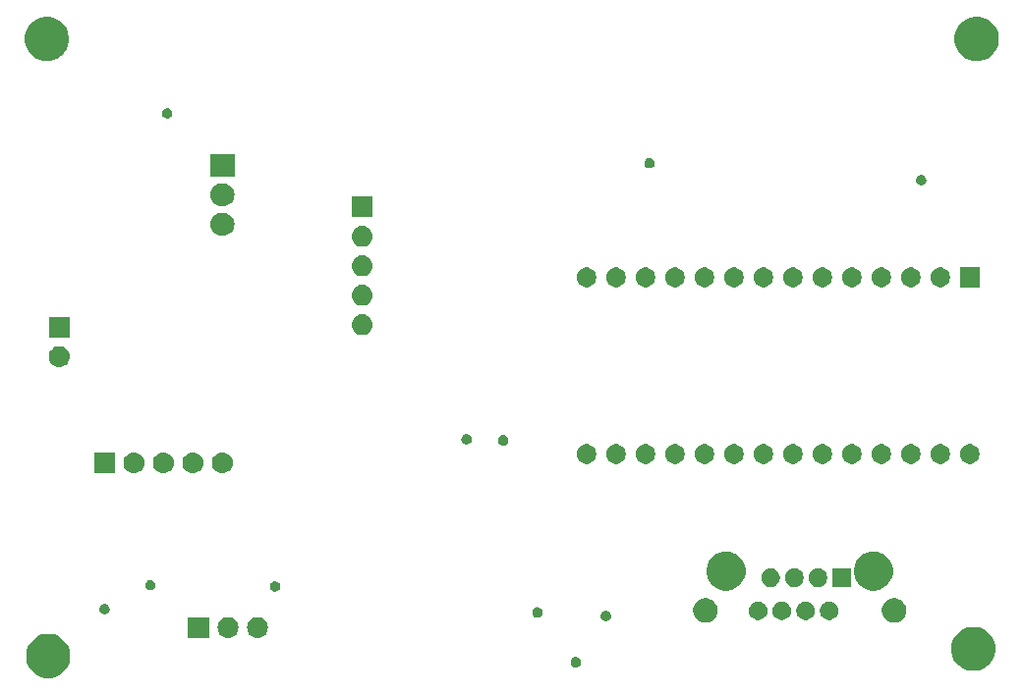
<source format=gbr>
G04 #@! TF.GenerationSoftware,KiCad,Pcbnew,(5.1.4-0-10_14)*
G04 #@! TF.CreationDate,2020-04-29T08:22:51-04:00*
G04 #@! TF.ProjectId,load_cell,6c6f6164-5f63-4656-9c6c-2e6b69636164,rev?*
G04 #@! TF.SameCoordinates,Original*
G04 #@! TF.FileFunction,Soldermask,Bot*
G04 #@! TF.FilePolarity,Negative*
%FSLAX46Y46*%
G04 Gerber Fmt 4.6, Leading zero omitted, Abs format (unit mm)*
G04 Created by KiCad (PCBNEW (5.1.4-0-10_14)) date 2020-04-29 08:22:51*
%MOMM*%
%LPD*%
G04 APERTURE LIST*
%ADD10C,0.100000*%
G04 APERTURE END LIST*
D10*
G36*
X85254501Y-118772054D02*
G01*
X85600461Y-118915356D01*
X85911817Y-119123397D01*
X86176603Y-119388183D01*
X86384644Y-119699539D01*
X86527946Y-120045499D01*
X86564473Y-120229134D01*
X86601000Y-120412767D01*
X86601000Y-120787233D01*
X86571335Y-120936371D01*
X86527946Y-121154501D01*
X86441323Y-121363627D01*
X86384705Y-121500315D01*
X86384644Y-121500461D01*
X86176603Y-121811817D01*
X85911817Y-122076603D01*
X85600461Y-122284644D01*
X85254501Y-122427946D01*
X84887233Y-122501000D01*
X84512767Y-122501000D01*
X84145499Y-122427946D01*
X83799539Y-122284644D01*
X83488183Y-122076603D01*
X83223397Y-121811817D01*
X83015356Y-121500461D01*
X83015296Y-121500315D01*
X82958677Y-121363627D01*
X82872054Y-121154501D01*
X82828665Y-120936371D01*
X82799000Y-120787233D01*
X82799000Y-120412767D01*
X82835527Y-120229134D01*
X82872054Y-120045499D01*
X83015356Y-119699539D01*
X83223397Y-119388183D01*
X83488183Y-119123397D01*
X83799539Y-118915356D01*
X84145499Y-118772054D01*
X84512767Y-118699000D01*
X84887233Y-118699000D01*
X85254501Y-118772054D01*
X85254501Y-118772054D01*
G37*
G36*
X164954501Y-118172054D02*
G01*
X165300461Y-118315356D01*
X165611817Y-118523397D01*
X165876603Y-118788183D01*
X166043500Y-119037963D01*
X166084645Y-119099541D01*
X166227946Y-119445500D01*
X166278478Y-119699539D01*
X166301000Y-119812768D01*
X166301000Y-120187232D01*
X166227946Y-120554501D01*
X166084644Y-120900461D01*
X165876603Y-121211817D01*
X165611817Y-121476603D01*
X165300461Y-121684644D01*
X164954501Y-121827946D01*
X164587233Y-121901000D01*
X164212767Y-121901000D01*
X163845499Y-121827946D01*
X163499539Y-121684644D01*
X163188183Y-121476603D01*
X162923397Y-121211817D01*
X162715356Y-120900461D01*
X162572054Y-120554501D01*
X162499000Y-120187232D01*
X162499000Y-119812768D01*
X162521523Y-119699539D01*
X162572054Y-119445500D01*
X162715355Y-119099541D01*
X162756500Y-119037963D01*
X162923397Y-118788183D01*
X163188183Y-118523397D01*
X163499539Y-118315356D01*
X163845499Y-118172054D01*
X164212767Y-118099000D01*
X164587233Y-118099000D01*
X164954501Y-118172054D01*
X164954501Y-118172054D01*
G37*
G36*
X130281552Y-120716331D02*
G01*
X130363627Y-120750328D01*
X130363629Y-120750329D01*
X130400813Y-120775175D01*
X130437495Y-120799685D01*
X130500315Y-120862505D01*
X130549672Y-120936373D01*
X130583669Y-121018448D01*
X130601000Y-121105579D01*
X130601000Y-121194421D01*
X130583669Y-121281552D01*
X130549672Y-121363627D01*
X130549671Y-121363629D01*
X130500314Y-121437496D01*
X130437496Y-121500314D01*
X130363629Y-121549671D01*
X130363628Y-121549672D01*
X130363627Y-121549672D01*
X130281552Y-121583669D01*
X130194421Y-121601000D01*
X130105579Y-121601000D01*
X130018448Y-121583669D01*
X129936373Y-121549672D01*
X129936372Y-121549672D01*
X129936371Y-121549671D01*
X129862504Y-121500314D01*
X129799686Y-121437496D01*
X129750329Y-121363629D01*
X129750328Y-121363627D01*
X129716331Y-121281552D01*
X129699000Y-121194421D01*
X129699000Y-121105579D01*
X129716331Y-121018448D01*
X129750328Y-120936373D01*
X129799685Y-120862505D01*
X129862505Y-120799685D01*
X129899187Y-120775175D01*
X129936371Y-120750329D01*
X129936373Y-120750328D01*
X130018448Y-120716331D01*
X130105579Y-120699000D01*
X130194421Y-120699000D01*
X130281552Y-120716331D01*
X130281552Y-120716331D01*
G37*
G36*
X102840442Y-117255518D02*
G01*
X102906627Y-117262037D01*
X103076466Y-117313557D01*
X103232991Y-117397222D01*
X103250312Y-117411437D01*
X103370186Y-117509814D01*
X103430796Y-117583669D01*
X103482778Y-117647009D01*
X103566443Y-117803534D01*
X103617963Y-117973373D01*
X103635359Y-118150000D01*
X103617963Y-118326627D01*
X103566443Y-118496466D01*
X103482778Y-118652991D01*
X103453448Y-118688729D01*
X103370186Y-118790186D01*
X103268729Y-118873448D01*
X103232991Y-118902778D01*
X103076466Y-118986443D01*
X102906627Y-119037963D01*
X102840443Y-119044481D01*
X102774260Y-119051000D01*
X102685740Y-119051000D01*
X102619557Y-119044481D01*
X102553373Y-119037963D01*
X102383534Y-118986443D01*
X102227009Y-118902778D01*
X102191271Y-118873448D01*
X102089814Y-118790186D01*
X102006552Y-118688729D01*
X101977222Y-118652991D01*
X101893557Y-118496466D01*
X101842037Y-118326627D01*
X101824641Y-118150000D01*
X101842037Y-117973373D01*
X101893557Y-117803534D01*
X101977222Y-117647009D01*
X102029204Y-117583669D01*
X102089814Y-117509814D01*
X102209688Y-117411437D01*
X102227009Y-117397222D01*
X102383534Y-117313557D01*
X102553373Y-117262037D01*
X102619558Y-117255518D01*
X102685740Y-117249000D01*
X102774260Y-117249000D01*
X102840442Y-117255518D01*
X102840442Y-117255518D01*
G37*
G36*
X100300442Y-117255518D02*
G01*
X100366627Y-117262037D01*
X100536466Y-117313557D01*
X100692991Y-117397222D01*
X100710312Y-117411437D01*
X100830186Y-117509814D01*
X100890796Y-117583669D01*
X100942778Y-117647009D01*
X101026443Y-117803534D01*
X101077963Y-117973373D01*
X101095359Y-118150000D01*
X101077963Y-118326627D01*
X101026443Y-118496466D01*
X100942778Y-118652991D01*
X100913448Y-118688729D01*
X100830186Y-118790186D01*
X100728729Y-118873448D01*
X100692991Y-118902778D01*
X100536466Y-118986443D01*
X100366627Y-119037963D01*
X100300443Y-119044481D01*
X100234260Y-119051000D01*
X100145740Y-119051000D01*
X100079557Y-119044481D01*
X100013373Y-119037963D01*
X99843534Y-118986443D01*
X99687009Y-118902778D01*
X99651271Y-118873448D01*
X99549814Y-118790186D01*
X99466552Y-118688729D01*
X99437222Y-118652991D01*
X99353557Y-118496466D01*
X99302037Y-118326627D01*
X99284641Y-118150000D01*
X99302037Y-117973373D01*
X99353557Y-117803534D01*
X99437222Y-117647009D01*
X99489204Y-117583669D01*
X99549814Y-117509814D01*
X99669688Y-117411437D01*
X99687009Y-117397222D01*
X99843534Y-117313557D01*
X100013373Y-117262037D01*
X100079558Y-117255518D01*
X100145740Y-117249000D01*
X100234260Y-117249000D01*
X100300442Y-117255518D01*
X100300442Y-117255518D01*
G37*
G36*
X98551000Y-119051000D02*
G01*
X96749000Y-119051000D01*
X96749000Y-117249000D01*
X98551000Y-117249000D01*
X98551000Y-119051000D01*
X98551000Y-119051000D01*
G37*
G36*
X141626564Y-115668589D02*
G01*
X141817833Y-115747815D01*
X141817835Y-115747816D01*
X141989973Y-115862835D01*
X142136365Y-116009227D01*
X142230646Y-116150328D01*
X142251385Y-116181367D01*
X142330611Y-116372636D01*
X142371000Y-116575684D01*
X142371000Y-116782716D01*
X142330611Y-116985764D01*
X142251385Y-117177033D01*
X142251384Y-117177035D01*
X142136365Y-117349173D01*
X141989973Y-117495565D01*
X141817835Y-117610584D01*
X141817834Y-117610585D01*
X141817833Y-117610585D01*
X141626564Y-117689811D01*
X141423516Y-117730200D01*
X141216484Y-117730200D01*
X141013436Y-117689811D01*
X140822167Y-117610585D01*
X140822166Y-117610585D01*
X140822165Y-117610584D01*
X140650027Y-117495565D01*
X140503635Y-117349173D01*
X140388616Y-117177035D01*
X140388615Y-117177033D01*
X140309389Y-116985764D01*
X140269000Y-116782716D01*
X140269000Y-116575684D01*
X140309389Y-116372636D01*
X140388615Y-116181367D01*
X140409355Y-116150328D01*
X140503635Y-116009227D01*
X140650027Y-115862835D01*
X140822165Y-115747816D01*
X140822167Y-115747815D01*
X141013436Y-115668589D01*
X141216484Y-115628200D01*
X141423516Y-115628200D01*
X141626564Y-115668589D01*
X141626564Y-115668589D01*
G37*
G36*
X157886564Y-115668589D02*
G01*
X158077833Y-115747815D01*
X158077835Y-115747816D01*
X158249973Y-115862835D01*
X158396365Y-116009227D01*
X158490646Y-116150328D01*
X158511385Y-116181367D01*
X158590611Y-116372636D01*
X158631000Y-116575684D01*
X158631000Y-116782716D01*
X158590611Y-116985764D01*
X158511385Y-117177033D01*
X158511384Y-117177035D01*
X158396365Y-117349173D01*
X158249973Y-117495565D01*
X158077835Y-117610584D01*
X158077834Y-117610585D01*
X158077833Y-117610585D01*
X157886564Y-117689811D01*
X157683516Y-117730200D01*
X157476484Y-117730200D01*
X157273436Y-117689811D01*
X157082167Y-117610585D01*
X157082166Y-117610585D01*
X157082165Y-117610584D01*
X156910027Y-117495565D01*
X156763635Y-117349173D01*
X156648616Y-117177035D01*
X156648615Y-117177033D01*
X156569389Y-116985764D01*
X156529000Y-116782716D01*
X156529000Y-116575684D01*
X156569389Y-116372636D01*
X156648615Y-116181367D01*
X156669355Y-116150328D01*
X156763635Y-116009227D01*
X156910027Y-115862835D01*
X157082165Y-115747816D01*
X157082167Y-115747815D01*
X157273436Y-115668589D01*
X157476484Y-115628200D01*
X157683516Y-115628200D01*
X157886564Y-115668589D01*
X157886564Y-115668589D01*
G37*
G36*
X132881552Y-116716331D02*
G01*
X132963627Y-116750328D01*
X132963629Y-116750329D01*
X133037496Y-116799686D01*
X133100314Y-116862504D01*
X133148917Y-116935242D01*
X133149672Y-116936373D01*
X133183669Y-117018448D01*
X133201000Y-117105579D01*
X133201000Y-117194421D01*
X133183669Y-117281552D01*
X133149672Y-117363627D01*
X133100315Y-117437495D01*
X133037495Y-117500315D01*
X133023277Y-117509815D01*
X132963629Y-117549671D01*
X132963628Y-117549672D01*
X132963627Y-117549672D01*
X132881552Y-117583669D01*
X132794421Y-117601000D01*
X132705579Y-117601000D01*
X132618448Y-117583669D01*
X132536373Y-117549672D01*
X132536372Y-117549672D01*
X132536371Y-117549671D01*
X132476723Y-117509815D01*
X132462505Y-117500315D01*
X132399685Y-117437495D01*
X132350328Y-117363627D01*
X132316331Y-117281552D01*
X132299000Y-117194421D01*
X132299000Y-117105579D01*
X132316331Y-117018448D01*
X132350328Y-116936373D01*
X132351084Y-116935242D01*
X132399686Y-116862504D01*
X132462504Y-116799686D01*
X132536371Y-116750329D01*
X132536373Y-116750328D01*
X132618448Y-116716331D01*
X132705579Y-116699000D01*
X132794421Y-116699000D01*
X132881552Y-116716331D01*
X132881552Y-116716331D01*
G37*
G36*
X150175642Y-115931381D02*
G01*
X150321414Y-115991762D01*
X150321416Y-115991763D01*
X150452608Y-116079422D01*
X150564178Y-116190992D01*
X150611960Y-116262504D01*
X150651838Y-116322186D01*
X150712219Y-116467958D01*
X150743000Y-116622707D01*
X150743000Y-116780493D01*
X150712219Y-116935242D01*
X150659040Y-117063627D01*
X150651837Y-117081016D01*
X150564178Y-117212208D01*
X150452608Y-117323778D01*
X150321416Y-117411437D01*
X150321415Y-117411438D01*
X150321414Y-117411438D01*
X150175642Y-117471819D01*
X150020893Y-117502600D01*
X149863107Y-117502600D01*
X149708358Y-117471819D01*
X149562586Y-117411438D01*
X149562585Y-117411438D01*
X149562584Y-117411437D01*
X149431392Y-117323778D01*
X149319822Y-117212208D01*
X149232163Y-117081016D01*
X149224960Y-117063627D01*
X149171781Y-116935242D01*
X149141000Y-116780493D01*
X149141000Y-116622707D01*
X149171781Y-116467958D01*
X149232162Y-116322186D01*
X149272040Y-116262504D01*
X149319822Y-116190992D01*
X149431392Y-116079422D01*
X149562584Y-115991763D01*
X149562586Y-115991762D01*
X149708358Y-115931381D01*
X149863107Y-115900600D01*
X150020893Y-115900600D01*
X150175642Y-115931381D01*
X150175642Y-115931381D01*
G37*
G36*
X152215642Y-115931381D02*
G01*
X152361414Y-115991762D01*
X152361416Y-115991763D01*
X152492608Y-116079422D01*
X152604178Y-116190992D01*
X152651960Y-116262504D01*
X152691838Y-116322186D01*
X152752219Y-116467958D01*
X152783000Y-116622707D01*
X152783000Y-116780493D01*
X152752219Y-116935242D01*
X152699040Y-117063627D01*
X152691837Y-117081016D01*
X152604178Y-117212208D01*
X152492608Y-117323778D01*
X152361416Y-117411437D01*
X152361415Y-117411438D01*
X152361414Y-117411438D01*
X152215642Y-117471819D01*
X152060893Y-117502600D01*
X151903107Y-117502600D01*
X151748358Y-117471819D01*
X151602586Y-117411438D01*
X151602585Y-117411438D01*
X151602584Y-117411437D01*
X151471392Y-117323778D01*
X151359822Y-117212208D01*
X151272163Y-117081016D01*
X151264960Y-117063627D01*
X151211781Y-116935242D01*
X151181000Y-116780493D01*
X151181000Y-116622707D01*
X151211781Y-116467958D01*
X151272162Y-116322186D01*
X151312040Y-116262504D01*
X151359822Y-116190992D01*
X151471392Y-116079422D01*
X151602584Y-115991763D01*
X151602586Y-115991762D01*
X151748358Y-115931381D01*
X151903107Y-115900600D01*
X152060893Y-115900600D01*
X152215642Y-115931381D01*
X152215642Y-115931381D01*
G37*
G36*
X148135642Y-115931381D02*
G01*
X148281414Y-115991762D01*
X148281416Y-115991763D01*
X148412608Y-116079422D01*
X148524178Y-116190992D01*
X148571960Y-116262504D01*
X148611838Y-116322186D01*
X148672219Y-116467958D01*
X148703000Y-116622707D01*
X148703000Y-116780493D01*
X148672219Y-116935242D01*
X148619040Y-117063627D01*
X148611837Y-117081016D01*
X148524178Y-117212208D01*
X148412608Y-117323778D01*
X148281416Y-117411437D01*
X148281415Y-117411438D01*
X148281414Y-117411438D01*
X148135642Y-117471819D01*
X147980893Y-117502600D01*
X147823107Y-117502600D01*
X147668358Y-117471819D01*
X147522586Y-117411438D01*
X147522585Y-117411438D01*
X147522584Y-117411437D01*
X147391392Y-117323778D01*
X147279822Y-117212208D01*
X147192163Y-117081016D01*
X147184960Y-117063627D01*
X147131781Y-116935242D01*
X147101000Y-116780493D01*
X147101000Y-116622707D01*
X147131781Y-116467958D01*
X147192162Y-116322186D01*
X147232040Y-116262504D01*
X147279822Y-116190992D01*
X147391392Y-116079422D01*
X147522584Y-115991763D01*
X147522586Y-115991762D01*
X147668358Y-115931381D01*
X147823107Y-115900600D01*
X147980893Y-115900600D01*
X148135642Y-115931381D01*
X148135642Y-115931381D01*
G37*
G36*
X146095642Y-115931381D02*
G01*
X146241414Y-115991762D01*
X146241416Y-115991763D01*
X146372608Y-116079422D01*
X146484178Y-116190992D01*
X146531960Y-116262504D01*
X146571838Y-116322186D01*
X146632219Y-116467958D01*
X146663000Y-116622707D01*
X146663000Y-116780493D01*
X146632219Y-116935242D01*
X146579040Y-117063627D01*
X146571837Y-117081016D01*
X146484178Y-117212208D01*
X146372608Y-117323778D01*
X146241416Y-117411437D01*
X146241415Y-117411438D01*
X146241414Y-117411438D01*
X146095642Y-117471819D01*
X145940893Y-117502600D01*
X145783107Y-117502600D01*
X145628358Y-117471819D01*
X145482586Y-117411438D01*
X145482585Y-117411438D01*
X145482584Y-117411437D01*
X145351392Y-117323778D01*
X145239822Y-117212208D01*
X145152163Y-117081016D01*
X145144960Y-117063627D01*
X145091781Y-116935242D01*
X145061000Y-116780493D01*
X145061000Y-116622707D01*
X145091781Y-116467958D01*
X145152162Y-116322186D01*
X145192040Y-116262504D01*
X145239822Y-116190992D01*
X145351392Y-116079422D01*
X145482584Y-115991763D01*
X145482586Y-115991762D01*
X145628358Y-115931381D01*
X145783107Y-115900600D01*
X145940893Y-115900600D01*
X146095642Y-115931381D01*
X146095642Y-115931381D01*
G37*
G36*
X126981552Y-116416331D02*
G01*
X127063627Y-116450328D01*
X127063629Y-116450329D01*
X127137496Y-116499686D01*
X127200314Y-116562504D01*
X127240542Y-116622708D01*
X127249672Y-116636373D01*
X127283669Y-116718448D01*
X127301000Y-116805579D01*
X127301000Y-116894421D01*
X127283669Y-116981552D01*
X127249672Y-117063627D01*
X127249671Y-117063629D01*
X127200314Y-117137496D01*
X127137496Y-117200314D01*
X127063629Y-117249671D01*
X127063628Y-117249672D01*
X127063627Y-117249672D01*
X126981552Y-117283669D01*
X126894421Y-117301000D01*
X126805579Y-117301000D01*
X126718448Y-117283669D01*
X126636373Y-117249672D01*
X126636372Y-117249672D01*
X126636371Y-117249671D01*
X126562504Y-117200314D01*
X126499686Y-117137496D01*
X126450329Y-117063629D01*
X126450328Y-117063627D01*
X126416331Y-116981552D01*
X126399000Y-116894421D01*
X126399000Y-116805579D01*
X126416331Y-116718448D01*
X126450328Y-116636373D01*
X126459459Y-116622708D01*
X126499686Y-116562504D01*
X126562504Y-116499686D01*
X126636371Y-116450329D01*
X126636373Y-116450328D01*
X126718448Y-116416331D01*
X126805579Y-116399000D01*
X126894421Y-116399000D01*
X126981552Y-116416331D01*
X126981552Y-116416331D01*
G37*
G36*
X89681552Y-116116331D02*
G01*
X89763627Y-116150328D01*
X89763629Y-116150329D01*
X89800813Y-116175175D01*
X89837495Y-116199685D01*
X89900315Y-116262505D01*
X89949672Y-116336373D01*
X89983669Y-116418448D01*
X90001000Y-116505579D01*
X90001000Y-116594421D01*
X89983669Y-116681552D01*
X89955180Y-116750329D01*
X89949671Y-116763629D01*
X89900314Y-116837496D01*
X89837496Y-116900314D01*
X89763629Y-116949671D01*
X89763628Y-116949672D01*
X89763627Y-116949672D01*
X89681552Y-116983669D01*
X89594421Y-117001000D01*
X89505579Y-117001000D01*
X89418448Y-116983669D01*
X89336373Y-116949672D01*
X89336372Y-116949672D01*
X89336371Y-116949671D01*
X89262504Y-116900314D01*
X89199686Y-116837496D01*
X89150329Y-116763629D01*
X89144820Y-116750329D01*
X89116331Y-116681552D01*
X89099000Y-116594421D01*
X89099000Y-116505579D01*
X89116331Y-116418448D01*
X89150328Y-116336373D01*
X89199685Y-116262505D01*
X89262505Y-116199685D01*
X89299187Y-116175175D01*
X89336371Y-116150329D01*
X89336373Y-116150328D01*
X89418448Y-116116331D01*
X89505579Y-116099000D01*
X89594421Y-116099000D01*
X89681552Y-116116331D01*
X89681552Y-116116331D01*
G37*
G36*
X104381552Y-114166331D02*
G01*
X104463627Y-114200328D01*
X104463629Y-114200329D01*
X104537496Y-114249686D01*
X104600314Y-114312504D01*
X104638337Y-114369408D01*
X104649672Y-114386373D01*
X104683669Y-114468448D01*
X104701000Y-114555579D01*
X104701000Y-114644421D01*
X104683669Y-114731552D01*
X104649672Y-114813627D01*
X104600315Y-114887495D01*
X104537495Y-114950315D01*
X104500813Y-114974825D01*
X104463629Y-114999671D01*
X104463628Y-114999672D01*
X104463627Y-114999672D01*
X104381552Y-115033669D01*
X104294421Y-115051000D01*
X104205579Y-115051000D01*
X104118448Y-115033669D01*
X104036373Y-114999672D01*
X104036372Y-114999672D01*
X104036371Y-114999671D01*
X103999187Y-114974825D01*
X103962505Y-114950315D01*
X103899685Y-114887495D01*
X103850328Y-114813627D01*
X103816331Y-114731552D01*
X103799000Y-114644421D01*
X103799000Y-114555579D01*
X103816331Y-114468448D01*
X103850328Y-114386373D01*
X103861664Y-114369408D01*
X103899686Y-114312504D01*
X103962504Y-114249686D01*
X104036371Y-114200329D01*
X104036373Y-114200328D01*
X104118448Y-114166331D01*
X104205579Y-114149000D01*
X104294421Y-114149000D01*
X104381552Y-114166331D01*
X104381552Y-114166331D01*
G37*
G36*
X156126971Y-111656204D02*
G01*
X156288871Y-111688408D01*
X156593883Y-111814748D01*
X156868387Y-111998166D01*
X157101834Y-112231613D01*
X157285252Y-112506117D01*
X157411592Y-112811129D01*
X157476000Y-113134928D01*
X157476000Y-113465072D01*
X157411592Y-113788871D01*
X157285252Y-114093883D01*
X157101834Y-114368387D01*
X156868387Y-114601834D01*
X156593883Y-114785252D01*
X156288871Y-114911592D01*
X156177888Y-114933668D01*
X155965073Y-114976000D01*
X155634927Y-114976000D01*
X155422112Y-114933668D01*
X155311129Y-114911592D01*
X155006117Y-114785252D01*
X154731613Y-114601834D01*
X154498166Y-114368387D01*
X154314748Y-114093883D01*
X154188408Y-113788871D01*
X154124000Y-113465072D01*
X154124000Y-113134928D01*
X154188408Y-112811129D01*
X154314748Y-112506117D01*
X154498166Y-112231613D01*
X154731613Y-111998166D01*
X155006117Y-111814748D01*
X155311129Y-111688408D01*
X155473029Y-111656204D01*
X155634927Y-111624000D01*
X155965073Y-111624000D01*
X156126971Y-111656204D01*
X156126971Y-111656204D01*
G37*
G36*
X143426971Y-111656204D02*
G01*
X143588871Y-111688408D01*
X143893883Y-111814748D01*
X144168387Y-111998166D01*
X144401834Y-112231613D01*
X144585252Y-112506117D01*
X144711592Y-112811129D01*
X144776000Y-113134928D01*
X144776000Y-113465072D01*
X144711592Y-113788871D01*
X144585252Y-114093883D01*
X144401834Y-114368387D01*
X144168387Y-114601834D01*
X143893883Y-114785252D01*
X143588871Y-114911592D01*
X143477888Y-114933668D01*
X143265073Y-114976000D01*
X142934927Y-114976000D01*
X142722112Y-114933668D01*
X142611129Y-114911592D01*
X142306117Y-114785252D01*
X142031613Y-114601834D01*
X141798166Y-114368387D01*
X141614748Y-114093883D01*
X141488408Y-113788871D01*
X141424000Y-113465072D01*
X141424000Y-113134928D01*
X141488408Y-112811129D01*
X141614748Y-112506117D01*
X141798166Y-112231613D01*
X142031613Y-111998166D01*
X142306117Y-111814748D01*
X142611129Y-111688408D01*
X142773029Y-111656204D01*
X142934927Y-111624000D01*
X143265073Y-111624000D01*
X143426971Y-111656204D01*
X143426971Y-111656204D01*
G37*
G36*
X93631552Y-114066331D02*
G01*
X93713627Y-114100328D01*
X93713629Y-114100329D01*
X93750813Y-114125175D01*
X93787495Y-114149685D01*
X93850315Y-114212505D01*
X93899672Y-114286373D01*
X93933669Y-114368448D01*
X93951000Y-114455579D01*
X93951000Y-114544421D01*
X93933669Y-114631552D01*
X93899672Y-114713627D01*
X93851814Y-114785252D01*
X93850314Y-114787496D01*
X93787496Y-114850314D01*
X93713629Y-114899671D01*
X93713628Y-114899672D01*
X93713627Y-114899672D01*
X93631552Y-114933669D01*
X93544421Y-114951000D01*
X93455579Y-114951000D01*
X93368448Y-114933669D01*
X93286373Y-114899672D01*
X93286372Y-114899672D01*
X93286371Y-114899671D01*
X93212504Y-114850314D01*
X93149686Y-114787496D01*
X93148187Y-114785252D01*
X93100328Y-114713627D01*
X93066331Y-114631552D01*
X93049000Y-114544421D01*
X93049000Y-114455579D01*
X93066331Y-114368448D01*
X93100328Y-114286373D01*
X93149685Y-114212505D01*
X93212505Y-114149685D01*
X93249187Y-114125175D01*
X93286371Y-114100329D01*
X93286373Y-114100328D01*
X93368448Y-114066331D01*
X93455579Y-114049000D01*
X93544421Y-114049000D01*
X93631552Y-114066331D01*
X93631552Y-114066331D01*
G37*
G36*
X153853800Y-114659800D02*
G01*
X152251800Y-114659800D01*
X152251800Y-113057800D01*
X153853800Y-113057800D01*
X153853800Y-114659800D01*
X153853800Y-114659800D01*
G37*
G36*
X151246442Y-113088581D02*
G01*
X151392214Y-113148962D01*
X151392216Y-113148963D01*
X151523408Y-113236622D01*
X151634978Y-113348192D01*
X151722637Y-113479384D01*
X151722638Y-113479386D01*
X151783019Y-113625158D01*
X151813800Y-113779907D01*
X151813800Y-113937693D01*
X151783019Y-114092442D01*
X151733287Y-114212504D01*
X151722637Y-114238216D01*
X151634978Y-114369408D01*
X151523408Y-114480978D01*
X151392216Y-114568637D01*
X151392215Y-114568638D01*
X151392214Y-114568638D01*
X151246442Y-114629019D01*
X151091693Y-114659800D01*
X150933907Y-114659800D01*
X150779158Y-114629019D01*
X150633386Y-114568638D01*
X150633385Y-114568638D01*
X150633384Y-114568637D01*
X150502192Y-114480978D01*
X150390622Y-114369408D01*
X150302963Y-114238216D01*
X150292313Y-114212504D01*
X150242581Y-114092442D01*
X150211800Y-113937693D01*
X150211800Y-113779907D01*
X150242581Y-113625158D01*
X150302962Y-113479386D01*
X150302963Y-113479384D01*
X150390622Y-113348192D01*
X150502192Y-113236622D01*
X150633384Y-113148963D01*
X150633386Y-113148962D01*
X150779158Y-113088581D01*
X150933907Y-113057800D01*
X151091693Y-113057800D01*
X151246442Y-113088581D01*
X151246442Y-113088581D01*
G37*
G36*
X149206442Y-113088581D02*
G01*
X149352214Y-113148962D01*
X149352216Y-113148963D01*
X149483408Y-113236622D01*
X149594978Y-113348192D01*
X149682637Y-113479384D01*
X149682638Y-113479386D01*
X149743019Y-113625158D01*
X149773800Y-113779907D01*
X149773800Y-113937693D01*
X149743019Y-114092442D01*
X149693287Y-114212504D01*
X149682637Y-114238216D01*
X149594978Y-114369408D01*
X149483408Y-114480978D01*
X149352216Y-114568637D01*
X149352215Y-114568638D01*
X149352214Y-114568638D01*
X149206442Y-114629019D01*
X149051693Y-114659800D01*
X148893907Y-114659800D01*
X148739158Y-114629019D01*
X148593386Y-114568638D01*
X148593385Y-114568638D01*
X148593384Y-114568637D01*
X148462192Y-114480978D01*
X148350622Y-114369408D01*
X148262963Y-114238216D01*
X148252313Y-114212504D01*
X148202581Y-114092442D01*
X148171800Y-113937693D01*
X148171800Y-113779907D01*
X148202581Y-113625158D01*
X148262962Y-113479386D01*
X148262963Y-113479384D01*
X148350622Y-113348192D01*
X148462192Y-113236622D01*
X148593384Y-113148963D01*
X148593386Y-113148962D01*
X148739158Y-113088581D01*
X148893907Y-113057800D01*
X149051693Y-113057800D01*
X149206442Y-113088581D01*
X149206442Y-113088581D01*
G37*
G36*
X147166442Y-113088581D02*
G01*
X147312214Y-113148962D01*
X147312216Y-113148963D01*
X147443408Y-113236622D01*
X147554978Y-113348192D01*
X147642637Y-113479384D01*
X147642638Y-113479386D01*
X147703019Y-113625158D01*
X147733800Y-113779907D01*
X147733800Y-113937693D01*
X147703019Y-114092442D01*
X147653287Y-114212504D01*
X147642637Y-114238216D01*
X147554978Y-114369408D01*
X147443408Y-114480978D01*
X147312216Y-114568637D01*
X147312215Y-114568638D01*
X147312214Y-114568638D01*
X147166442Y-114629019D01*
X147011693Y-114659800D01*
X146853907Y-114659800D01*
X146699158Y-114629019D01*
X146553386Y-114568638D01*
X146553385Y-114568638D01*
X146553384Y-114568637D01*
X146422192Y-114480978D01*
X146310622Y-114369408D01*
X146222963Y-114238216D01*
X146212313Y-114212504D01*
X146162581Y-114092442D01*
X146131800Y-113937693D01*
X146131800Y-113779907D01*
X146162581Y-113625158D01*
X146222962Y-113479386D01*
X146222963Y-113479384D01*
X146310622Y-113348192D01*
X146422192Y-113236622D01*
X146553384Y-113148963D01*
X146553386Y-113148962D01*
X146699158Y-113088581D01*
X146853907Y-113057800D01*
X147011693Y-113057800D01*
X147166442Y-113088581D01*
X147166442Y-113088581D01*
G37*
G36*
X90451000Y-104851000D02*
G01*
X88649000Y-104851000D01*
X88649000Y-103049000D01*
X90451000Y-103049000D01*
X90451000Y-104851000D01*
X90451000Y-104851000D01*
G37*
G36*
X92200443Y-103055519D02*
G01*
X92266627Y-103062037D01*
X92436466Y-103113557D01*
X92592991Y-103197222D01*
X92628729Y-103226552D01*
X92730186Y-103309814D01*
X92813448Y-103411271D01*
X92842778Y-103447009D01*
X92926443Y-103603534D01*
X92977963Y-103773373D01*
X92995359Y-103950000D01*
X92977963Y-104126627D01*
X92926443Y-104296466D01*
X92842778Y-104452991D01*
X92813448Y-104488729D01*
X92730186Y-104590186D01*
X92628729Y-104673448D01*
X92592991Y-104702778D01*
X92436466Y-104786443D01*
X92266627Y-104837963D01*
X92200442Y-104844482D01*
X92134260Y-104851000D01*
X92045740Y-104851000D01*
X91979558Y-104844482D01*
X91913373Y-104837963D01*
X91743534Y-104786443D01*
X91587009Y-104702778D01*
X91551271Y-104673448D01*
X91449814Y-104590186D01*
X91366552Y-104488729D01*
X91337222Y-104452991D01*
X91253557Y-104296466D01*
X91202037Y-104126627D01*
X91184641Y-103950000D01*
X91202037Y-103773373D01*
X91253557Y-103603534D01*
X91337222Y-103447009D01*
X91366552Y-103411271D01*
X91449814Y-103309814D01*
X91551271Y-103226552D01*
X91587009Y-103197222D01*
X91743534Y-103113557D01*
X91913373Y-103062037D01*
X91979558Y-103055518D01*
X92045740Y-103049000D01*
X92134260Y-103049000D01*
X92200443Y-103055519D01*
X92200443Y-103055519D01*
G37*
G36*
X99820443Y-103055519D02*
G01*
X99886627Y-103062037D01*
X100056466Y-103113557D01*
X100212991Y-103197222D01*
X100248729Y-103226552D01*
X100350186Y-103309814D01*
X100433448Y-103411271D01*
X100462778Y-103447009D01*
X100546443Y-103603534D01*
X100597963Y-103773373D01*
X100615359Y-103950000D01*
X100597963Y-104126627D01*
X100546443Y-104296466D01*
X100462778Y-104452991D01*
X100433448Y-104488729D01*
X100350186Y-104590186D01*
X100248729Y-104673448D01*
X100212991Y-104702778D01*
X100056466Y-104786443D01*
X99886627Y-104837963D01*
X99820442Y-104844482D01*
X99754260Y-104851000D01*
X99665740Y-104851000D01*
X99599558Y-104844482D01*
X99533373Y-104837963D01*
X99363534Y-104786443D01*
X99207009Y-104702778D01*
X99171271Y-104673448D01*
X99069814Y-104590186D01*
X98986552Y-104488729D01*
X98957222Y-104452991D01*
X98873557Y-104296466D01*
X98822037Y-104126627D01*
X98804641Y-103950000D01*
X98822037Y-103773373D01*
X98873557Y-103603534D01*
X98957222Y-103447009D01*
X98986552Y-103411271D01*
X99069814Y-103309814D01*
X99171271Y-103226552D01*
X99207009Y-103197222D01*
X99363534Y-103113557D01*
X99533373Y-103062037D01*
X99599558Y-103055518D01*
X99665740Y-103049000D01*
X99754260Y-103049000D01*
X99820443Y-103055519D01*
X99820443Y-103055519D01*
G37*
G36*
X97280443Y-103055519D02*
G01*
X97346627Y-103062037D01*
X97516466Y-103113557D01*
X97672991Y-103197222D01*
X97708729Y-103226552D01*
X97810186Y-103309814D01*
X97893448Y-103411271D01*
X97922778Y-103447009D01*
X98006443Y-103603534D01*
X98057963Y-103773373D01*
X98075359Y-103950000D01*
X98057963Y-104126627D01*
X98006443Y-104296466D01*
X97922778Y-104452991D01*
X97893448Y-104488729D01*
X97810186Y-104590186D01*
X97708729Y-104673448D01*
X97672991Y-104702778D01*
X97516466Y-104786443D01*
X97346627Y-104837963D01*
X97280442Y-104844482D01*
X97214260Y-104851000D01*
X97125740Y-104851000D01*
X97059558Y-104844482D01*
X96993373Y-104837963D01*
X96823534Y-104786443D01*
X96667009Y-104702778D01*
X96631271Y-104673448D01*
X96529814Y-104590186D01*
X96446552Y-104488729D01*
X96417222Y-104452991D01*
X96333557Y-104296466D01*
X96282037Y-104126627D01*
X96264641Y-103950000D01*
X96282037Y-103773373D01*
X96333557Y-103603534D01*
X96417222Y-103447009D01*
X96446552Y-103411271D01*
X96529814Y-103309814D01*
X96631271Y-103226552D01*
X96667009Y-103197222D01*
X96823534Y-103113557D01*
X96993373Y-103062037D01*
X97059558Y-103055518D01*
X97125740Y-103049000D01*
X97214260Y-103049000D01*
X97280443Y-103055519D01*
X97280443Y-103055519D01*
G37*
G36*
X94740443Y-103055519D02*
G01*
X94806627Y-103062037D01*
X94976466Y-103113557D01*
X95132991Y-103197222D01*
X95168729Y-103226552D01*
X95270186Y-103309814D01*
X95353448Y-103411271D01*
X95382778Y-103447009D01*
X95466443Y-103603534D01*
X95517963Y-103773373D01*
X95535359Y-103950000D01*
X95517963Y-104126627D01*
X95466443Y-104296466D01*
X95382778Y-104452991D01*
X95353448Y-104488729D01*
X95270186Y-104590186D01*
X95168729Y-104673448D01*
X95132991Y-104702778D01*
X94976466Y-104786443D01*
X94806627Y-104837963D01*
X94740442Y-104844482D01*
X94674260Y-104851000D01*
X94585740Y-104851000D01*
X94519558Y-104844482D01*
X94453373Y-104837963D01*
X94283534Y-104786443D01*
X94127009Y-104702778D01*
X94091271Y-104673448D01*
X93989814Y-104590186D01*
X93906552Y-104488729D01*
X93877222Y-104452991D01*
X93793557Y-104296466D01*
X93742037Y-104126627D01*
X93724641Y-103950000D01*
X93742037Y-103773373D01*
X93793557Y-103603534D01*
X93877222Y-103447009D01*
X93906552Y-103411271D01*
X93989814Y-103309814D01*
X94091271Y-103226552D01*
X94127009Y-103197222D01*
X94283534Y-103113557D01*
X94453373Y-103062037D01*
X94519558Y-103055518D01*
X94585740Y-103049000D01*
X94674260Y-103049000D01*
X94740443Y-103055519D01*
X94740443Y-103055519D01*
G37*
G36*
X149098228Y-102371703D02*
G01*
X149253100Y-102435853D01*
X149392481Y-102528985D01*
X149511015Y-102647519D01*
X149604147Y-102786900D01*
X149668297Y-102941772D01*
X149701000Y-103106184D01*
X149701000Y-103273816D01*
X149668297Y-103438228D01*
X149604147Y-103593100D01*
X149511015Y-103732481D01*
X149392481Y-103851015D01*
X149253100Y-103944147D01*
X149098228Y-104008297D01*
X148933816Y-104041000D01*
X148766184Y-104041000D01*
X148601772Y-104008297D01*
X148446900Y-103944147D01*
X148307519Y-103851015D01*
X148188985Y-103732481D01*
X148095853Y-103593100D01*
X148031703Y-103438228D01*
X147999000Y-103273816D01*
X147999000Y-103106184D01*
X148031703Y-102941772D01*
X148095853Y-102786900D01*
X148188985Y-102647519D01*
X148307519Y-102528985D01*
X148446900Y-102435853D01*
X148601772Y-102371703D01*
X148766184Y-102339000D01*
X148933816Y-102339000D01*
X149098228Y-102371703D01*
X149098228Y-102371703D01*
G37*
G36*
X151638228Y-102371703D02*
G01*
X151793100Y-102435853D01*
X151932481Y-102528985D01*
X152051015Y-102647519D01*
X152144147Y-102786900D01*
X152208297Y-102941772D01*
X152241000Y-103106184D01*
X152241000Y-103273816D01*
X152208297Y-103438228D01*
X152144147Y-103593100D01*
X152051015Y-103732481D01*
X151932481Y-103851015D01*
X151793100Y-103944147D01*
X151638228Y-104008297D01*
X151473816Y-104041000D01*
X151306184Y-104041000D01*
X151141772Y-104008297D01*
X150986900Y-103944147D01*
X150847519Y-103851015D01*
X150728985Y-103732481D01*
X150635853Y-103593100D01*
X150571703Y-103438228D01*
X150539000Y-103273816D01*
X150539000Y-103106184D01*
X150571703Y-102941772D01*
X150635853Y-102786900D01*
X150728985Y-102647519D01*
X150847519Y-102528985D01*
X150986900Y-102435853D01*
X151141772Y-102371703D01*
X151306184Y-102339000D01*
X151473816Y-102339000D01*
X151638228Y-102371703D01*
X151638228Y-102371703D01*
G37*
G36*
X154178228Y-102371703D02*
G01*
X154333100Y-102435853D01*
X154472481Y-102528985D01*
X154591015Y-102647519D01*
X154684147Y-102786900D01*
X154748297Y-102941772D01*
X154781000Y-103106184D01*
X154781000Y-103273816D01*
X154748297Y-103438228D01*
X154684147Y-103593100D01*
X154591015Y-103732481D01*
X154472481Y-103851015D01*
X154333100Y-103944147D01*
X154178228Y-104008297D01*
X154013816Y-104041000D01*
X153846184Y-104041000D01*
X153681772Y-104008297D01*
X153526900Y-103944147D01*
X153387519Y-103851015D01*
X153268985Y-103732481D01*
X153175853Y-103593100D01*
X153111703Y-103438228D01*
X153079000Y-103273816D01*
X153079000Y-103106184D01*
X153111703Y-102941772D01*
X153175853Y-102786900D01*
X153268985Y-102647519D01*
X153387519Y-102528985D01*
X153526900Y-102435853D01*
X153681772Y-102371703D01*
X153846184Y-102339000D01*
X154013816Y-102339000D01*
X154178228Y-102371703D01*
X154178228Y-102371703D01*
G37*
G36*
X156718228Y-102371703D02*
G01*
X156873100Y-102435853D01*
X157012481Y-102528985D01*
X157131015Y-102647519D01*
X157224147Y-102786900D01*
X157288297Y-102941772D01*
X157321000Y-103106184D01*
X157321000Y-103273816D01*
X157288297Y-103438228D01*
X157224147Y-103593100D01*
X157131015Y-103732481D01*
X157012481Y-103851015D01*
X156873100Y-103944147D01*
X156718228Y-104008297D01*
X156553816Y-104041000D01*
X156386184Y-104041000D01*
X156221772Y-104008297D01*
X156066900Y-103944147D01*
X155927519Y-103851015D01*
X155808985Y-103732481D01*
X155715853Y-103593100D01*
X155651703Y-103438228D01*
X155619000Y-103273816D01*
X155619000Y-103106184D01*
X155651703Y-102941772D01*
X155715853Y-102786900D01*
X155808985Y-102647519D01*
X155927519Y-102528985D01*
X156066900Y-102435853D01*
X156221772Y-102371703D01*
X156386184Y-102339000D01*
X156553816Y-102339000D01*
X156718228Y-102371703D01*
X156718228Y-102371703D01*
G37*
G36*
X159258228Y-102371703D02*
G01*
X159413100Y-102435853D01*
X159552481Y-102528985D01*
X159671015Y-102647519D01*
X159764147Y-102786900D01*
X159828297Y-102941772D01*
X159861000Y-103106184D01*
X159861000Y-103273816D01*
X159828297Y-103438228D01*
X159764147Y-103593100D01*
X159671015Y-103732481D01*
X159552481Y-103851015D01*
X159413100Y-103944147D01*
X159258228Y-104008297D01*
X159093816Y-104041000D01*
X158926184Y-104041000D01*
X158761772Y-104008297D01*
X158606900Y-103944147D01*
X158467519Y-103851015D01*
X158348985Y-103732481D01*
X158255853Y-103593100D01*
X158191703Y-103438228D01*
X158159000Y-103273816D01*
X158159000Y-103106184D01*
X158191703Y-102941772D01*
X158255853Y-102786900D01*
X158348985Y-102647519D01*
X158467519Y-102528985D01*
X158606900Y-102435853D01*
X158761772Y-102371703D01*
X158926184Y-102339000D01*
X159093816Y-102339000D01*
X159258228Y-102371703D01*
X159258228Y-102371703D01*
G37*
G36*
X161798228Y-102371703D02*
G01*
X161953100Y-102435853D01*
X162092481Y-102528985D01*
X162211015Y-102647519D01*
X162304147Y-102786900D01*
X162368297Y-102941772D01*
X162401000Y-103106184D01*
X162401000Y-103273816D01*
X162368297Y-103438228D01*
X162304147Y-103593100D01*
X162211015Y-103732481D01*
X162092481Y-103851015D01*
X161953100Y-103944147D01*
X161798228Y-104008297D01*
X161633816Y-104041000D01*
X161466184Y-104041000D01*
X161301772Y-104008297D01*
X161146900Y-103944147D01*
X161007519Y-103851015D01*
X160888985Y-103732481D01*
X160795853Y-103593100D01*
X160731703Y-103438228D01*
X160699000Y-103273816D01*
X160699000Y-103106184D01*
X160731703Y-102941772D01*
X160795853Y-102786900D01*
X160888985Y-102647519D01*
X161007519Y-102528985D01*
X161146900Y-102435853D01*
X161301772Y-102371703D01*
X161466184Y-102339000D01*
X161633816Y-102339000D01*
X161798228Y-102371703D01*
X161798228Y-102371703D01*
G37*
G36*
X146558228Y-102371703D02*
G01*
X146713100Y-102435853D01*
X146852481Y-102528985D01*
X146971015Y-102647519D01*
X147064147Y-102786900D01*
X147128297Y-102941772D01*
X147161000Y-103106184D01*
X147161000Y-103273816D01*
X147128297Y-103438228D01*
X147064147Y-103593100D01*
X146971015Y-103732481D01*
X146852481Y-103851015D01*
X146713100Y-103944147D01*
X146558228Y-104008297D01*
X146393816Y-104041000D01*
X146226184Y-104041000D01*
X146061772Y-104008297D01*
X145906900Y-103944147D01*
X145767519Y-103851015D01*
X145648985Y-103732481D01*
X145555853Y-103593100D01*
X145491703Y-103438228D01*
X145459000Y-103273816D01*
X145459000Y-103106184D01*
X145491703Y-102941772D01*
X145555853Y-102786900D01*
X145648985Y-102647519D01*
X145767519Y-102528985D01*
X145906900Y-102435853D01*
X146061772Y-102371703D01*
X146226184Y-102339000D01*
X146393816Y-102339000D01*
X146558228Y-102371703D01*
X146558228Y-102371703D01*
G37*
G36*
X144018228Y-102371703D02*
G01*
X144173100Y-102435853D01*
X144312481Y-102528985D01*
X144431015Y-102647519D01*
X144524147Y-102786900D01*
X144588297Y-102941772D01*
X144621000Y-103106184D01*
X144621000Y-103273816D01*
X144588297Y-103438228D01*
X144524147Y-103593100D01*
X144431015Y-103732481D01*
X144312481Y-103851015D01*
X144173100Y-103944147D01*
X144018228Y-104008297D01*
X143853816Y-104041000D01*
X143686184Y-104041000D01*
X143521772Y-104008297D01*
X143366900Y-103944147D01*
X143227519Y-103851015D01*
X143108985Y-103732481D01*
X143015853Y-103593100D01*
X142951703Y-103438228D01*
X142919000Y-103273816D01*
X142919000Y-103106184D01*
X142951703Y-102941772D01*
X143015853Y-102786900D01*
X143108985Y-102647519D01*
X143227519Y-102528985D01*
X143366900Y-102435853D01*
X143521772Y-102371703D01*
X143686184Y-102339000D01*
X143853816Y-102339000D01*
X144018228Y-102371703D01*
X144018228Y-102371703D01*
G37*
G36*
X141478228Y-102371703D02*
G01*
X141633100Y-102435853D01*
X141772481Y-102528985D01*
X141891015Y-102647519D01*
X141984147Y-102786900D01*
X142048297Y-102941772D01*
X142081000Y-103106184D01*
X142081000Y-103273816D01*
X142048297Y-103438228D01*
X141984147Y-103593100D01*
X141891015Y-103732481D01*
X141772481Y-103851015D01*
X141633100Y-103944147D01*
X141478228Y-104008297D01*
X141313816Y-104041000D01*
X141146184Y-104041000D01*
X140981772Y-104008297D01*
X140826900Y-103944147D01*
X140687519Y-103851015D01*
X140568985Y-103732481D01*
X140475853Y-103593100D01*
X140411703Y-103438228D01*
X140379000Y-103273816D01*
X140379000Y-103106184D01*
X140411703Y-102941772D01*
X140475853Y-102786900D01*
X140568985Y-102647519D01*
X140687519Y-102528985D01*
X140826900Y-102435853D01*
X140981772Y-102371703D01*
X141146184Y-102339000D01*
X141313816Y-102339000D01*
X141478228Y-102371703D01*
X141478228Y-102371703D01*
G37*
G36*
X131318228Y-102371703D02*
G01*
X131473100Y-102435853D01*
X131612481Y-102528985D01*
X131731015Y-102647519D01*
X131824147Y-102786900D01*
X131888297Y-102941772D01*
X131921000Y-103106184D01*
X131921000Y-103273816D01*
X131888297Y-103438228D01*
X131824147Y-103593100D01*
X131731015Y-103732481D01*
X131612481Y-103851015D01*
X131473100Y-103944147D01*
X131318228Y-104008297D01*
X131153816Y-104041000D01*
X130986184Y-104041000D01*
X130821772Y-104008297D01*
X130666900Y-103944147D01*
X130527519Y-103851015D01*
X130408985Y-103732481D01*
X130315853Y-103593100D01*
X130251703Y-103438228D01*
X130219000Y-103273816D01*
X130219000Y-103106184D01*
X130251703Y-102941772D01*
X130315853Y-102786900D01*
X130408985Y-102647519D01*
X130527519Y-102528985D01*
X130666900Y-102435853D01*
X130821772Y-102371703D01*
X130986184Y-102339000D01*
X131153816Y-102339000D01*
X131318228Y-102371703D01*
X131318228Y-102371703D01*
G37*
G36*
X133858228Y-102371703D02*
G01*
X134013100Y-102435853D01*
X134152481Y-102528985D01*
X134271015Y-102647519D01*
X134364147Y-102786900D01*
X134428297Y-102941772D01*
X134461000Y-103106184D01*
X134461000Y-103273816D01*
X134428297Y-103438228D01*
X134364147Y-103593100D01*
X134271015Y-103732481D01*
X134152481Y-103851015D01*
X134013100Y-103944147D01*
X133858228Y-104008297D01*
X133693816Y-104041000D01*
X133526184Y-104041000D01*
X133361772Y-104008297D01*
X133206900Y-103944147D01*
X133067519Y-103851015D01*
X132948985Y-103732481D01*
X132855853Y-103593100D01*
X132791703Y-103438228D01*
X132759000Y-103273816D01*
X132759000Y-103106184D01*
X132791703Y-102941772D01*
X132855853Y-102786900D01*
X132948985Y-102647519D01*
X133067519Y-102528985D01*
X133206900Y-102435853D01*
X133361772Y-102371703D01*
X133526184Y-102339000D01*
X133693816Y-102339000D01*
X133858228Y-102371703D01*
X133858228Y-102371703D01*
G37*
G36*
X164338228Y-102371703D02*
G01*
X164493100Y-102435853D01*
X164632481Y-102528985D01*
X164751015Y-102647519D01*
X164844147Y-102786900D01*
X164908297Y-102941772D01*
X164941000Y-103106184D01*
X164941000Y-103273816D01*
X164908297Y-103438228D01*
X164844147Y-103593100D01*
X164751015Y-103732481D01*
X164632481Y-103851015D01*
X164493100Y-103944147D01*
X164338228Y-104008297D01*
X164173816Y-104041000D01*
X164006184Y-104041000D01*
X163841772Y-104008297D01*
X163686900Y-103944147D01*
X163547519Y-103851015D01*
X163428985Y-103732481D01*
X163335853Y-103593100D01*
X163271703Y-103438228D01*
X163239000Y-103273816D01*
X163239000Y-103106184D01*
X163271703Y-102941772D01*
X163335853Y-102786900D01*
X163428985Y-102647519D01*
X163547519Y-102528985D01*
X163686900Y-102435853D01*
X163841772Y-102371703D01*
X164006184Y-102339000D01*
X164173816Y-102339000D01*
X164338228Y-102371703D01*
X164338228Y-102371703D01*
G37*
G36*
X138938228Y-102371703D02*
G01*
X139093100Y-102435853D01*
X139232481Y-102528985D01*
X139351015Y-102647519D01*
X139444147Y-102786900D01*
X139508297Y-102941772D01*
X139541000Y-103106184D01*
X139541000Y-103273816D01*
X139508297Y-103438228D01*
X139444147Y-103593100D01*
X139351015Y-103732481D01*
X139232481Y-103851015D01*
X139093100Y-103944147D01*
X138938228Y-104008297D01*
X138773816Y-104041000D01*
X138606184Y-104041000D01*
X138441772Y-104008297D01*
X138286900Y-103944147D01*
X138147519Y-103851015D01*
X138028985Y-103732481D01*
X137935853Y-103593100D01*
X137871703Y-103438228D01*
X137839000Y-103273816D01*
X137839000Y-103106184D01*
X137871703Y-102941772D01*
X137935853Y-102786900D01*
X138028985Y-102647519D01*
X138147519Y-102528985D01*
X138286900Y-102435853D01*
X138441772Y-102371703D01*
X138606184Y-102339000D01*
X138773816Y-102339000D01*
X138938228Y-102371703D01*
X138938228Y-102371703D01*
G37*
G36*
X136398228Y-102371703D02*
G01*
X136553100Y-102435853D01*
X136692481Y-102528985D01*
X136811015Y-102647519D01*
X136904147Y-102786900D01*
X136968297Y-102941772D01*
X137001000Y-103106184D01*
X137001000Y-103273816D01*
X136968297Y-103438228D01*
X136904147Y-103593100D01*
X136811015Y-103732481D01*
X136692481Y-103851015D01*
X136553100Y-103944147D01*
X136398228Y-104008297D01*
X136233816Y-104041000D01*
X136066184Y-104041000D01*
X135901772Y-104008297D01*
X135746900Y-103944147D01*
X135607519Y-103851015D01*
X135488985Y-103732481D01*
X135395853Y-103593100D01*
X135331703Y-103438228D01*
X135299000Y-103273816D01*
X135299000Y-103106184D01*
X135331703Y-102941772D01*
X135395853Y-102786900D01*
X135488985Y-102647519D01*
X135607519Y-102528985D01*
X135746900Y-102435853D01*
X135901772Y-102371703D01*
X136066184Y-102339000D01*
X136233816Y-102339000D01*
X136398228Y-102371703D01*
X136398228Y-102371703D01*
G37*
G36*
X124031552Y-101566331D02*
G01*
X124113627Y-101600328D01*
X124113629Y-101600329D01*
X124131850Y-101612504D01*
X124187495Y-101649685D01*
X124250315Y-101712505D01*
X124299672Y-101786373D01*
X124333669Y-101868448D01*
X124351000Y-101955579D01*
X124351000Y-102044421D01*
X124333669Y-102131552D01*
X124299672Y-102213627D01*
X124250315Y-102287495D01*
X124187495Y-102350315D01*
X124155486Y-102371703D01*
X124113629Y-102399671D01*
X124113628Y-102399672D01*
X124113627Y-102399672D01*
X124031552Y-102433669D01*
X123944421Y-102451000D01*
X123855579Y-102451000D01*
X123768448Y-102433669D01*
X123686373Y-102399672D01*
X123686372Y-102399672D01*
X123686371Y-102399671D01*
X123644514Y-102371703D01*
X123612505Y-102350315D01*
X123549685Y-102287495D01*
X123500328Y-102213627D01*
X123466331Y-102131552D01*
X123449000Y-102044421D01*
X123449000Y-101955579D01*
X123466331Y-101868448D01*
X123500328Y-101786373D01*
X123549685Y-101712505D01*
X123612505Y-101649685D01*
X123668150Y-101612504D01*
X123686371Y-101600329D01*
X123686373Y-101600328D01*
X123768448Y-101566331D01*
X123855579Y-101549000D01*
X123944421Y-101549000D01*
X124031552Y-101566331D01*
X124031552Y-101566331D01*
G37*
G36*
X120881552Y-101466331D02*
G01*
X120963627Y-101500328D01*
X120963629Y-101500329D01*
X121000813Y-101525175D01*
X121037495Y-101549685D01*
X121100315Y-101612505D01*
X121149672Y-101686373D01*
X121183669Y-101768448D01*
X121201000Y-101855579D01*
X121201000Y-101944421D01*
X121183669Y-102031552D01*
X121178338Y-102044421D01*
X121149671Y-102113629D01*
X121100314Y-102187496D01*
X121037496Y-102250314D01*
X120963629Y-102299671D01*
X120963628Y-102299672D01*
X120963627Y-102299672D01*
X120881552Y-102333669D01*
X120794421Y-102351000D01*
X120705579Y-102351000D01*
X120618448Y-102333669D01*
X120536373Y-102299672D01*
X120536372Y-102299672D01*
X120536371Y-102299671D01*
X120462504Y-102250314D01*
X120399686Y-102187496D01*
X120350329Y-102113629D01*
X120321662Y-102044421D01*
X120316331Y-102031552D01*
X120299000Y-101944421D01*
X120299000Y-101855579D01*
X120316331Y-101768448D01*
X120350328Y-101686373D01*
X120399685Y-101612505D01*
X120462505Y-101549685D01*
X120499187Y-101525175D01*
X120536371Y-101500329D01*
X120536373Y-101500328D01*
X120618448Y-101466331D01*
X120705579Y-101449000D01*
X120794421Y-101449000D01*
X120881552Y-101466331D01*
X120881552Y-101466331D01*
G37*
G36*
X85760442Y-93895518D02*
G01*
X85826627Y-93902037D01*
X85996466Y-93953557D01*
X86152991Y-94037222D01*
X86188729Y-94066552D01*
X86290186Y-94149814D01*
X86373448Y-94251271D01*
X86402778Y-94287009D01*
X86486443Y-94443534D01*
X86537963Y-94613373D01*
X86555359Y-94790000D01*
X86537963Y-94966627D01*
X86486443Y-95136466D01*
X86402778Y-95292991D01*
X86373448Y-95328729D01*
X86290186Y-95430186D01*
X86188729Y-95513448D01*
X86152991Y-95542778D01*
X85996466Y-95626443D01*
X85826627Y-95677963D01*
X85760442Y-95684482D01*
X85694260Y-95691000D01*
X85605740Y-95691000D01*
X85539558Y-95684482D01*
X85473373Y-95677963D01*
X85303534Y-95626443D01*
X85147009Y-95542778D01*
X85111271Y-95513448D01*
X85009814Y-95430186D01*
X84926552Y-95328729D01*
X84897222Y-95292991D01*
X84813557Y-95136466D01*
X84762037Y-94966627D01*
X84744641Y-94790000D01*
X84762037Y-94613373D01*
X84813557Y-94443534D01*
X84897222Y-94287009D01*
X84926552Y-94251271D01*
X85009814Y-94149814D01*
X85111271Y-94066552D01*
X85147009Y-94037222D01*
X85303534Y-93953557D01*
X85473373Y-93902037D01*
X85539558Y-93895518D01*
X85605740Y-93889000D01*
X85694260Y-93889000D01*
X85760442Y-93895518D01*
X85760442Y-93895518D01*
G37*
G36*
X86551000Y-93151000D02*
G01*
X84749000Y-93151000D01*
X84749000Y-91349000D01*
X86551000Y-91349000D01*
X86551000Y-93151000D01*
X86551000Y-93151000D01*
G37*
G36*
X111860442Y-91135518D02*
G01*
X111926627Y-91142037D01*
X112096466Y-91193557D01*
X112252991Y-91277222D01*
X112288729Y-91306552D01*
X112390186Y-91389814D01*
X112473448Y-91491271D01*
X112502778Y-91527009D01*
X112586443Y-91683534D01*
X112637963Y-91853373D01*
X112655359Y-92030000D01*
X112637963Y-92206627D01*
X112586443Y-92376466D01*
X112502778Y-92532991D01*
X112473448Y-92568729D01*
X112390186Y-92670186D01*
X112288729Y-92753448D01*
X112252991Y-92782778D01*
X112096466Y-92866443D01*
X111926627Y-92917963D01*
X111860443Y-92924481D01*
X111794260Y-92931000D01*
X111705740Y-92931000D01*
X111639557Y-92924481D01*
X111573373Y-92917963D01*
X111403534Y-92866443D01*
X111247009Y-92782778D01*
X111211271Y-92753448D01*
X111109814Y-92670186D01*
X111026552Y-92568729D01*
X110997222Y-92532991D01*
X110913557Y-92376466D01*
X110862037Y-92206627D01*
X110844641Y-92030000D01*
X110862037Y-91853373D01*
X110913557Y-91683534D01*
X110997222Y-91527009D01*
X111026552Y-91491271D01*
X111109814Y-91389814D01*
X111211271Y-91306552D01*
X111247009Y-91277222D01*
X111403534Y-91193557D01*
X111573373Y-91142037D01*
X111639558Y-91135518D01*
X111705740Y-91129000D01*
X111794260Y-91129000D01*
X111860442Y-91135518D01*
X111860442Y-91135518D01*
G37*
G36*
X111860443Y-88595519D02*
G01*
X111926627Y-88602037D01*
X112096466Y-88653557D01*
X112252991Y-88737222D01*
X112288729Y-88766552D01*
X112390186Y-88849814D01*
X112473448Y-88951271D01*
X112502778Y-88987009D01*
X112586443Y-89143534D01*
X112637963Y-89313373D01*
X112655359Y-89490000D01*
X112637963Y-89666627D01*
X112586443Y-89836466D01*
X112502778Y-89992991D01*
X112473448Y-90028729D01*
X112390186Y-90130186D01*
X112288729Y-90213448D01*
X112252991Y-90242778D01*
X112096466Y-90326443D01*
X111926627Y-90377963D01*
X111860443Y-90384481D01*
X111794260Y-90391000D01*
X111705740Y-90391000D01*
X111639557Y-90384481D01*
X111573373Y-90377963D01*
X111403534Y-90326443D01*
X111247009Y-90242778D01*
X111211271Y-90213448D01*
X111109814Y-90130186D01*
X111026552Y-90028729D01*
X110997222Y-89992991D01*
X110913557Y-89836466D01*
X110862037Y-89666627D01*
X110844641Y-89490000D01*
X110862037Y-89313373D01*
X110913557Y-89143534D01*
X110997222Y-88987009D01*
X111026552Y-88951271D01*
X111109814Y-88849814D01*
X111211271Y-88766552D01*
X111247009Y-88737222D01*
X111403534Y-88653557D01*
X111573373Y-88602037D01*
X111639557Y-88595519D01*
X111705740Y-88589000D01*
X111794260Y-88589000D01*
X111860443Y-88595519D01*
X111860443Y-88595519D01*
G37*
G36*
X136398228Y-87131703D02*
G01*
X136553100Y-87195853D01*
X136692481Y-87288985D01*
X136811015Y-87407519D01*
X136904147Y-87546900D01*
X136968297Y-87701772D01*
X137001000Y-87866184D01*
X137001000Y-88033816D01*
X136968297Y-88198228D01*
X136904147Y-88353100D01*
X136811015Y-88492481D01*
X136692481Y-88611015D01*
X136553100Y-88704147D01*
X136398228Y-88768297D01*
X136233816Y-88801000D01*
X136066184Y-88801000D01*
X135901772Y-88768297D01*
X135746900Y-88704147D01*
X135607519Y-88611015D01*
X135488985Y-88492481D01*
X135395853Y-88353100D01*
X135331703Y-88198228D01*
X135299000Y-88033816D01*
X135299000Y-87866184D01*
X135331703Y-87701772D01*
X135395853Y-87546900D01*
X135488985Y-87407519D01*
X135607519Y-87288985D01*
X135746900Y-87195853D01*
X135901772Y-87131703D01*
X136066184Y-87099000D01*
X136233816Y-87099000D01*
X136398228Y-87131703D01*
X136398228Y-87131703D01*
G37*
G36*
X133858228Y-87131703D02*
G01*
X134013100Y-87195853D01*
X134152481Y-87288985D01*
X134271015Y-87407519D01*
X134364147Y-87546900D01*
X134428297Y-87701772D01*
X134461000Y-87866184D01*
X134461000Y-88033816D01*
X134428297Y-88198228D01*
X134364147Y-88353100D01*
X134271015Y-88492481D01*
X134152481Y-88611015D01*
X134013100Y-88704147D01*
X133858228Y-88768297D01*
X133693816Y-88801000D01*
X133526184Y-88801000D01*
X133361772Y-88768297D01*
X133206900Y-88704147D01*
X133067519Y-88611015D01*
X132948985Y-88492481D01*
X132855853Y-88353100D01*
X132791703Y-88198228D01*
X132759000Y-88033816D01*
X132759000Y-87866184D01*
X132791703Y-87701772D01*
X132855853Y-87546900D01*
X132948985Y-87407519D01*
X133067519Y-87288985D01*
X133206900Y-87195853D01*
X133361772Y-87131703D01*
X133526184Y-87099000D01*
X133693816Y-87099000D01*
X133858228Y-87131703D01*
X133858228Y-87131703D01*
G37*
G36*
X138938228Y-87131703D02*
G01*
X139093100Y-87195853D01*
X139232481Y-87288985D01*
X139351015Y-87407519D01*
X139444147Y-87546900D01*
X139508297Y-87701772D01*
X139541000Y-87866184D01*
X139541000Y-88033816D01*
X139508297Y-88198228D01*
X139444147Y-88353100D01*
X139351015Y-88492481D01*
X139232481Y-88611015D01*
X139093100Y-88704147D01*
X138938228Y-88768297D01*
X138773816Y-88801000D01*
X138606184Y-88801000D01*
X138441772Y-88768297D01*
X138286900Y-88704147D01*
X138147519Y-88611015D01*
X138028985Y-88492481D01*
X137935853Y-88353100D01*
X137871703Y-88198228D01*
X137839000Y-88033816D01*
X137839000Y-87866184D01*
X137871703Y-87701772D01*
X137935853Y-87546900D01*
X138028985Y-87407519D01*
X138147519Y-87288985D01*
X138286900Y-87195853D01*
X138441772Y-87131703D01*
X138606184Y-87099000D01*
X138773816Y-87099000D01*
X138938228Y-87131703D01*
X138938228Y-87131703D01*
G37*
G36*
X141478228Y-87131703D02*
G01*
X141633100Y-87195853D01*
X141772481Y-87288985D01*
X141891015Y-87407519D01*
X141984147Y-87546900D01*
X142048297Y-87701772D01*
X142081000Y-87866184D01*
X142081000Y-88033816D01*
X142048297Y-88198228D01*
X141984147Y-88353100D01*
X141891015Y-88492481D01*
X141772481Y-88611015D01*
X141633100Y-88704147D01*
X141478228Y-88768297D01*
X141313816Y-88801000D01*
X141146184Y-88801000D01*
X140981772Y-88768297D01*
X140826900Y-88704147D01*
X140687519Y-88611015D01*
X140568985Y-88492481D01*
X140475853Y-88353100D01*
X140411703Y-88198228D01*
X140379000Y-88033816D01*
X140379000Y-87866184D01*
X140411703Y-87701772D01*
X140475853Y-87546900D01*
X140568985Y-87407519D01*
X140687519Y-87288985D01*
X140826900Y-87195853D01*
X140981772Y-87131703D01*
X141146184Y-87099000D01*
X141313816Y-87099000D01*
X141478228Y-87131703D01*
X141478228Y-87131703D01*
G37*
G36*
X144018228Y-87131703D02*
G01*
X144173100Y-87195853D01*
X144312481Y-87288985D01*
X144431015Y-87407519D01*
X144524147Y-87546900D01*
X144588297Y-87701772D01*
X144621000Y-87866184D01*
X144621000Y-88033816D01*
X144588297Y-88198228D01*
X144524147Y-88353100D01*
X144431015Y-88492481D01*
X144312481Y-88611015D01*
X144173100Y-88704147D01*
X144018228Y-88768297D01*
X143853816Y-88801000D01*
X143686184Y-88801000D01*
X143521772Y-88768297D01*
X143366900Y-88704147D01*
X143227519Y-88611015D01*
X143108985Y-88492481D01*
X143015853Y-88353100D01*
X142951703Y-88198228D01*
X142919000Y-88033816D01*
X142919000Y-87866184D01*
X142951703Y-87701772D01*
X143015853Y-87546900D01*
X143108985Y-87407519D01*
X143227519Y-87288985D01*
X143366900Y-87195853D01*
X143521772Y-87131703D01*
X143686184Y-87099000D01*
X143853816Y-87099000D01*
X144018228Y-87131703D01*
X144018228Y-87131703D01*
G37*
G36*
X146558228Y-87131703D02*
G01*
X146713100Y-87195853D01*
X146852481Y-87288985D01*
X146971015Y-87407519D01*
X147064147Y-87546900D01*
X147128297Y-87701772D01*
X147161000Y-87866184D01*
X147161000Y-88033816D01*
X147128297Y-88198228D01*
X147064147Y-88353100D01*
X146971015Y-88492481D01*
X146852481Y-88611015D01*
X146713100Y-88704147D01*
X146558228Y-88768297D01*
X146393816Y-88801000D01*
X146226184Y-88801000D01*
X146061772Y-88768297D01*
X145906900Y-88704147D01*
X145767519Y-88611015D01*
X145648985Y-88492481D01*
X145555853Y-88353100D01*
X145491703Y-88198228D01*
X145459000Y-88033816D01*
X145459000Y-87866184D01*
X145491703Y-87701772D01*
X145555853Y-87546900D01*
X145648985Y-87407519D01*
X145767519Y-87288985D01*
X145906900Y-87195853D01*
X146061772Y-87131703D01*
X146226184Y-87099000D01*
X146393816Y-87099000D01*
X146558228Y-87131703D01*
X146558228Y-87131703D01*
G37*
G36*
X149098228Y-87131703D02*
G01*
X149253100Y-87195853D01*
X149392481Y-87288985D01*
X149511015Y-87407519D01*
X149604147Y-87546900D01*
X149668297Y-87701772D01*
X149701000Y-87866184D01*
X149701000Y-88033816D01*
X149668297Y-88198228D01*
X149604147Y-88353100D01*
X149511015Y-88492481D01*
X149392481Y-88611015D01*
X149253100Y-88704147D01*
X149098228Y-88768297D01*
X148933816Y-88801000D01*
X148766184Y-88801000D01*
X148601772Y-88768297D01*
X148446900Y-88704147D01*
X148307519Y-88611015D01*
X148188985Y-88492481D01*
X148095853Y-88353100D01*
X148031703Y-88198228D01*
X147999000Y-88033816D01*
X147999000Y-87866184D01*
X148031703Y-87701772D01*
X148095853Y-87546900D01*
X148188985Y-87407519D01*
X148307519Y-87288985D01*
X148446900Y-87195853D01*
X148601772Y-87131703D01*
X148766184Y-87099000D01*
X148933816Y-87099000D01*
X149098228Y-87131703D01*
X149098228Y-87131703D01*
G37*
G36*
X151638228Y-87131703D02*
G01*
X151793100Y-87195853D01*
X151932481Y-87288985D01*
X152051015Y-87407519D01*
X152144147Y-87546900D01*
X152208297Y-87701772D01*
X152241000Y-87866184D01*
X152241000Y-88033816D01*
X152208297Y-88198228D01*
X152144147Y-88353100D01*
X152051015Y-88492481D01*
X151932481Y-88611015D01*
X151793100Y-88704147D01*
X151638228Y-88768297D01*
X151473816Y-88801000D01*
X151306184Y-88801000D01*
X151141772Y-88768297D01*
X150986900Y-88704147D01*
X150847519Y-88611015D01*
X150728985Y-88492481D01*
X150635853Y-88353100D01*
X150571703Y-88198228D01*
X150539000Y-88033816D01*
X150539000Y-87866184D01*
X150571703Y-87701772D01*
X150635853Y-87546900D01*
X150728985Y-87407519D01*
X150847519Y-87288985D01*
X150986900Y-87195853D01*
X151141772Y-87131703D01*
X151306184Y-87099000D01*
X151473816Y-87099000D01*
X151638228Y-87131703D01*
X151638228Y-87131703D01*
G37*
G36*
X154178228Y-87131703D02*
G01*
X154333100Y-87195853D01*
X154472481Y-87288985D01*
X154591015Y-87407519D01*
X154684147Y-87546900D01*
X154748297Y-87701772D01*
X154781000Y-87866184D01*
X154781000Y-88033816D01*
X154748297Y-88198228D01*
X154684147Y-88353100D01*
X154591015Y-88492481D01*
X154472481Y-88611015D01*
X154333100Y-88704147D01*
X154178228Y-88768297D01*
X154013816Y-88801000D01*
X153846184Y-88801000D01*
X153681772Y-88768297D01*
X153526900Y-88704147D01*
X153387519Y-88611015D01*
X153268985Y-88492481D01*
X153175853Y-88353100D01*
X153111703Y-88198228D01*
X153079000Y-88033816D01*
X153079000Y-87866184D01*
X153111703Y-87701772D01*
X153175853Y-87546900D01*
X153268985Y-87407519D01*
X153387519Y-87288985D01*
X153526900Y-87195853D01*
X153681772Y-87131703D01*
X153846184Y-87099000D01*
X154013816Y-87099000D01*
X154178228Y-87131703D01*
X154178228Y-87131703D01*
G37*
G36*
X156718228Y-87131703D02*
G01*
X156873100Y-87195853D01*
X157012481Y-87288985D01*
X157131015Y-87407519D01*
X157224147Y-87546900D01*
X157288297Y-87701772D01*
X157321000Y-87866184D01*
X157321000Y-88033816D01*
X157288297Y-88198228D01*
X157224147Y-88353100D01*
X157131015Y-88492481D01*
X157012481Y-88611015D01*
X156873100Y-88704147D01*
X156718228Y-88768297D01*
X156553816Y-88801000D01*
X156386184Y-88801000D01*
X156221772Y-88768297D01*
X156066900Y-88704147D01*
X155927519Y-88611015D01*
X155808985Y-88492481D01*
X155715853Y-88353100D01*
X155651703Y-88198228D01*
X155619000Y-88033816D01*
X155619000Y-87866184D01*
X155651703Y-87701772D01*
X155715853Y-87546900D01*
X155808985Y-87407519D01*
X155927519Y-87288985D01*
X156066900Y-87195853D01*
X156221772Y-87131703D01*
X156386184Y-87099000D01*
X156553816Y-87099000D01*
X156718228Y-87131703D01*
X156718228Y-87131703D01*
G37*
G36*
X159258228Y-87131703D02*
G01*
X159413100Y-87195853D01*
X159552481Y-87288985D01*
X159671015Y-87407519D01*
X159764147Y-87546900D01*
X159828297Y-87701772D01*
X159861000Y-87866184D01*
X159861000Y-88033816D01*
X159828297Y-88198228D01*
X159764147Y-88353100D01*
X159671015Y-88492481D01*
X159552481Y-88611015D01*
X159413100Y-88704147D01*
X159258228Y-88768297D01*
X159093816Y-88801000D01*
X158926184Y-88801000D01*
X158761772Y-88768297D01*
X158606900Y-88704147D01*
X158467519Y-88611015D01*
X158348985Y-88492481D01*
X158255853Y-88353100D01*
X158191703Y-88198228D01*
X158159000Y-88033816D01*
X158159000Y-87866184D01*
X158191703Y-87701772D01*
X158255853Y-87546900D01*
X158348985Y-87407519D01*
X158467519Y-87288985D01*
X158606900Y-87195853D01*
X158761772Y-87131703D01*
X158926184Y-87099000D01*
X159093816Y-87099000D01*
X159258228Y-87131703D01*
X159258228Y-87131703D01*
G37*
G36*
X164941000Y-88801000D02*
G01*
X163239000Y-88801000D01*
X163239000Y-87099000D01*
X164941000Y-87099000D01*
X164941000Y-88801000D01*
X164941000Y-88801000D01*
G37*
G36*
X161798228Y-87131703D02*
G01*
X161953100Y-87195853D01*
X162092481Y-87288985D01*
X162211015Y-87407519D01*
X162304147Y-87546900D01*
X162368297Y-87701772D01*
X162401000Y-87866184D01*
X162401000Y-88033816D01*
X162368297Y-88198228D01*
X162304147Y-88353100D01*
X162211015Y-88492481D01*
X162092481Y-88611015D01*
X161953100Y-88704147D01*
X161798228Y-88768297D01*
X161633816Y-88801000D01*
X161466184Y-88801000D01*
X161301772Y-88768297D01*
X161146900Y-88704147D01*
X161007519Y-88611015D01*
X160888985Y-88492481D01*
X160795853Y-88353100D01*
X160731703Y-88198228D01*
X160699000Y-88033816D01*
X160699000Y-87866184D01*
X160731703Y-87701772D01*
X160795853Y-87546900D01*
X160888985Y-87407519D01*
X161007519Y-87288985D01*
X161146900Y-87195853D01*
X161301772Y-87131703D01*
X161466184Y-87099000D01*
X161633816Y-87099000D01*
X161798228Y-87131703D01*
X161798228Y-87131703D01*
G37*
G36*
X131318228Y-87131703D02*
G01*
X131473100Y-87195853D01*
X131612481Y-87288985D01*
X131731015Y-87407519D01*
X131824147Y-87546900D01*
X131888297Y-87701772D01*
X131921000Y-87866184D01*
X131921000Y-88033816D01*
X131888297Y-88198228D01*
X131824147Y-88353100D01*
X131731015Y-88492481D01*
X131612481Y-88611015D01*
X131473100Y-88704147D01*
X131318228Y-88768297D01*
X131153816Y-88801000D01*
X130986184Y-88801000D01*
X130821772Y-88768297D01*
X130666900Y-88704147D01*
X130527519Y-88611015D01*
X130408985Y-88492481D01*
X130315853Y-88353100D01*
X130251703Y-88198228D01*
X130219000Y-88033816D01*
X130219000Y-87866184D01*
X130251703Y-87701772D01*
X130315853Y-87546900D01*
X130408985Y-87407519D01*
X130527519Y-87288985D01*
X130666900Y-87195853D01*
X130821772Y-87131703D01*
X130986184Y-87099000D01*
X131153816Y-87099000D01*
X131318228Y-87131703D01*
X131318228Y-87131703D01*
G37*
G36*
X111860443Y-86055519D02*
G01*
X111926627Y-86062037D01*
X112096466Y-86113557D01*
X112252991Y-86197222D01*
X112288729Y-86226552D01*
X112390186Y-86309814D01*
X112473448Y-86411271D01*
X112502778Y-86447009D01*
X112586443Y-86603534D01*
X112637963Y-86773373D01*
X112655359Y-86950000D01*
X112637963Y-87126627D01*
X112586443Y-87296466D01*
X112502778Y-87452991D01*
X112473448Y-87488729D01*
X112390186Y-87590186D01*
X112288729Y-87673448D01*
X112252991Y-87702778D01*
X112096466Y-87786443D01*
X111926627Y-87837963D01*
X111860442Y-87844482D01*
X111794260Y-87851000D01*
X111705740Y-87851000D01*
X111639558Y-87844482D01*
X111573373Y-87837963D01*
X111403534Y-87786443D01*
X111247009Y-87702778D01*
X111211271Y-87673448D01*
X111109814Y-87590186D01*
X111026552Y-87488729D01*
X110997222Y-87452991D01*
X110913557Y-87296466D01*
X110862037Y-87126627D01*
X110844641Y-86950000D01*
X110862037Y-86773373D01*
X110913557Y-86603534D01*
X110997222Y-86447009D01*
X111026552Y-86411271D01*
X111109814Y-86309814D01*
X111211271Y-86226552D01*
X111247009Y-86197222D01*
X111403534Y-86113557D01*
X111573373Y-86062037D01*
X111639557Y-86055519D01*
X111705740Y-86049000D01*
X111794260Y-86049000D01*
X111860443Y-86055519D01*
X111860443Y-86055519D01*
G37*
G36*
X111860442Y-83515518D02*
G01*
X111926627Y-83522037D01*
X112096466Y-83573557D01*
X112252991Y-83657222D01*
X112288729Y-83686552D01*
X112390186Y-83769814D01*
X112473448Y-83871271D01*
X112502778Y-83907009D01*
X112586443Y-84063534D01*
X112637963Y-84233373D01*
X112655359Y-84410000D01*
X112637963Y-84586627D01*
X112586443Y-84756466D01*
X112502778Y-84912991D01*
X112473448Y-84948729D01*
X112390186Y-85050186D01*
X112288729Y-85133448D01*
X112252991Y-85162778D01*
X112096466Y-85246443D01*
X111926627Y-85297963D01*
X111860443Y-85304481D01*
X111794260Y-85311000D01*
X111705740Y-85311000D01*
X111639557Y-85304481D01*
X111573373Y-85297963D01*
X111403534Y-85246443D01*
X111247009Y-85162778D01*
X111211271Y-85133448D01*
X111109814Y-85050186D01*
X111026552Y-84948729D01*
X110997222Y-84912991D01*
X110913557Y-84756466D01*
X110862037Y-84586627D01*
X110844641Y-84410000D01*
X110862037Y-84233373D01*
X110913557Y-84063534D01*
X110997222Y-83907009D01*
X111026552Y-83871271D01*
X111109814Y-83769814D01*
X111211271Y-83686552D01*
X111247009Y-83657222D01*
X111403534Y-83573557D01*
X111573373Y-83522037D01*
X111639558Y-83515518D01*
X111705740Y-83509000D01*
X111794260Y-83509000D01*
X111860442Y-83515518D01*
X111860442Y-83515518D01*
G37*
G36*
X99845936Y-82381340D02*
G01*
X99944220Y-82391020D01*
X100133381Y-82448401D01*
X100307712Y-82541583D01*
X100460515Y-82666985D01*
X100585917Y-82819788D01*
X100679099Y-82994119D01*
X100736480Y-83183280D01*
X100755855Y-83380000D01*
X100736480Y-83576720D01*
X100679099Y-83765881D01*
X100585917Y-83940212D01*
X100460515Y-84093015D01*
X100307712Y-84218417D01*
X100133381Y-84311599D01*
X99944220Y-84368980D01*
X99845936Y-84378660D01*
X99796795Y-84383500D01*
X99603205Y-84383500D01*
X99554064Y-84378660D01*
X99455780Y-84368980D01*
X99266619Y-84311599D01*
X99092288Y-84218417D01*
X98939485Y-84093015D01*
X98814083Y-83940212D01*
X98720901Y-83765881D01*
X98663520Y-83576720D01*
X98644145Y-83380000D01*
X98663520Y-83183280D01*
X98720901Y-82994119D01*
X98814083Y-82819788D01*
X98939485Y-82666985D01*
X99092288Y-82541583D01*
X99266619Y-82448401D01*
X99455780Y-82391020D01*
X99554064Y-82381340D01*
X99603205Y-82376500D01*
X99796795Y-82376500D01*
X99845936Y-82381340D01*
X99845936Y-82381340D01*
G37*
G36*
X112651000Y-82771000D02*
G01*
X110849000Y-82771000D01*
X110849000Y-80969000D01*
X112651000Y-80969000D01*
X112651000Y-82771000D01*
X112651000Y-82771000D01*
G37*
G36*
X99806897Y-79837495D02*
G01*
X99944220Y-79851020D01*
X100133381Y-79908401D01*
X100307712Y-80001583D01*
X100460515Y-80126985D01*
X100585917Y-80279788D01*
X100679099Y-80454119D01*
X100736480Y-80643280D01*
X100755855Y-80840000D01*
X100736480Y-81036720D01*
X100679099Y-81225881D01*
X100585917Y-81400212D01*
X100460515Y-81553015D01*
X100307712Y-81678417D01*
X100133381Y-81771599D01*
X99944220Y-81828980D01*
X99845936Y-81838660D01*
X99796795Y-81843500D01*
X99603205Y-81843500D01*
X99554064Y-81838660D01*
X99455780Y-81828980D01*
X99266619Y-81771599D01*
X99092288Y-81678417D01*
X98939485Y-81553015D01*
X98814083Y-81400212D01*
X98720901Y-81225881D01*
X98663520Y-81036720D01*
X98644145Y-80840000D01*
X98663520Y-80643280D01*
X98720901Y-80454119D01*
X98814083Y-80279788D01*
X98939485Y-80126985D01*
X99092288Y-80001583D01*
X99266619Y-79908401D01*
X99455780Y-79851020D01*
X99593103Y-79837495D01*
X99603205Y-79836500D01*
X99796795Y-79836500D01*
X99806897Y-79837495D01*
X99806897Y-79837495D01*
G37*
G36*
X160031552Y-79116331D02*
G01*
X160113627Y-79150328D01*
X160113629Y-79150329D01*
X160150813Y-79175175D01*
X160187495Y-79199685D01*
X160250315Y-79262505D01*
X160299672Y-79336373D01*
X160333669Y-79418448D01*
X160351000Y-79505579D01*
X160351000Y-79594421D01*
X160333669Y-79681552D01*
X160299672Y-79763627D01*
X160299671Y-79763629D01*
X160250314Y-79837496D01*
X160187496Y-79900314D01*
X160113629Y-79949671D01*
X160113628Y-79949672D01*
X160113627Y-79949672D01*
X160031552Y-79983669D01*
X159944421Y-80001000D01*
X159855579Y-80001000D01*
X159768448Y-79983669D01*
X159686373Y-79949672D01*
X159686372Y-79949672D01*
X159686371Y-79949671D01*
X159612504Y-79900314D01*
X159549686Y-79837496D01*
X159500329Y-79763629D01*
X159500328Y-79763627D01*
X159466331Y-79681552D01*
X159449000Y-79594421D01*
X159449000Y-79505579D01*
X159466331Y-79418448D01*
X159500328Y-79336373D01*
X159549685Y-79262505D01*
X159612505Y-79199685D01*
X159649187Y-79175175D01*
X159686371Y-79150329D01*
X159686373Y-79150328D01*
X159768448Y-79116331D01*
X159855579Y-79099000D01*
X159944421Y-79099000D01*
X160031552Y-79116331D01*
X160031552Y-79116331D01*
G37*
G36*
X100751000Y-79303500D02*
G01*
X98649000Y-79303500D01*
X98649000Y-77296500D01*
X100751000Y-77296500D01*
X100751000Y-79303500D01*
X100751000Y-79303500D01*
G37*
G36*
X136631552Y-77666331D02*
G01*
X136713627Y-77700328D01*
X136713629Y-77700329D01*
X136750813Y-77725175D01*
X136787495Y-77749685D01*
X136850315Y-77812505D01*
X136899672Y-77886373D01*
X136933669Y-77968448D01*
X136951000Y-78055579D01*
X136951000Y-78144421D01*
X136933669Y-78231552D01*
X136899672Y-78313627D01*
X136899671Y-78313629D01*
X136850314Y-78387496D01*
X136787496Y-78450314D01*
X136713629Y-78499671D01*
X136713628Y-78499672D01*
X136713627Y-78499672D01*
X136631552Y-78533669D01*
X136544421Y-78551000D01*
X136455579Y-78551000D01*
X136368448Y-78533669D01*
X136286373Y-78499672D01*
X136286372Y-78499672D01*
X136286371Y-78499671D01*
X136212504Y-78450314D01*
X136149686Y-78387496D01*
X136100329Y-78313629D01*
X136100328Y-78313627D01*
X136066331Y-78231552D01*
X136049000Y-78144421D01*
X136049000Y-78055579D01*
X136066331Y-77968448D01*
X136100328Y-77886373D01*
X136149685Y-77812505D01*
X136212505Y-77749685D01*
X136249187Y-77725175D01*
X136286371Y-77700329D01*
X136286373Y-77700328D01*
X136368448Y-77666331D01*
X136455579Y-77649000D01*
X136544421Y-77649000D01*
X136631552Y-77666331D01*
X136631552Y-77666331D01*
G37*
G36*
X95081552Y-73366331D02*
G01*
X95163627Y-73400328D01*
X95163629Y-73400329D01*
X95200813Y-73425175D01*
X95237495Y-73449685D01*
X95300315Y-73512505D01*
X95349672Y-73586373D01*
X95383669Y-73668448D01*
X95401000Y-73755579D01*
X95401000Y-73844421D01*
X95383669Y-73931552D01*
X95349672Y-74013627D01*
X95349671Y-74013629D01*
X95300314Y-74087496D01*
X95237496Y-74150314D01*
X95163629Y-74199671D01*
X95163628Y-74199672D01*
X95163627Y-74199672D01*
X95081552Y-74233669D01*
X94994421Y-74251000D01*
X94905579Y-74251000D01*
X94818448Y-74233669D01*
X94736373Y-74199672D01*
X94736372Y-74199672D01*
X94736371Y-74199671D01*
X94662504Y-74150314D01*
X94599686Y-74087496D01*
X94550329Y-74013629D01*
X94550328Y-74013627D01*
X94516331Y-73931552D01*
X94499000Y-73844421D01*
X94499000Y-73755579D01*
X94516331Y-73668448D01*
X94550328Y-73586373D01*
X94599685Y-73512505D01*
X94662505Y-73449685D01*
X94699187Y-73425175D01*
X94736371Y-73400329D01*
X94736373Y-73400328D01*
X94818448Y-73366331D01*
X94905579Y-73349000D01*
X94994421Y-73349000D01*
X95081552Y-73366331D01*
X95081552Y-73366331D01*
G37*
G36*
X165254501Y-65572054D02*
G01*
X165600461Y-65715356D01*
X165911817Y-65923397D01*
X166176603Y-66188183D01*
X166384644Y-66499539D01*
X166527946Y-66845499D01*
X166601000Y-67212768D01*
X166601000Y-67587232D01*
X166527946Y-67954501D01*
X166384644Y-68300461D01*
X166176603Y-68611817D01*
X165911817Y-68876603D01*
X165600461Y-69084644D01*
X165254501Y-69227946D01*
X165070866Y-69264473D01*
X164887233Y-69301000D01*
X164512767Y-69301000D01*
X164329134Y-69264473D01*
X164145499Y-69227946D01*
X163799539Y-69084644D01*
X163488183Y-68876603D01*
X163223397Y-68611817D01*
X163015356Y-68300461D01*
X162872054Y-67954501D01*
X162799000Y-67587232D01*
X162799000Y-67212768D01*
X162872054Y-66845499D01*
X163015356Y-66499539D01*
X163223397Y-66188183D01*
X163488183Y-65923397D01*
X163799539Y-65715356D01*
X164145499Y-65572054D01*
X164512767Y-65499000D01*
X164887233Y-65499000D01*
X165254501Y-65572054D01*
X165254501Y-65572054D01*
G37*
G36*
X85154501Y-65572054D02*
G01*
X85500461Y-65715356D01*
X85811817Y-65923397D01*
X86076603Y-66188183D01*
X86284644Y-66499539D01*
X86427946Y-66845499D01*
X86501000Y-67212768D01*
X86501000Y-67587232D01*
X86427946Y-67954501D01*
X86284644Y-68300461D01*
X86076603Y-68611817D01*
X85811817Y-68876603D01*
X85500461Y-69084644D01*
X85154501Y-69227946D01*
X84970866Y-69264473D01*
X84787233Y-69301000D01*
X84412767Y-69301000D01*
X84229134Y-69264473D01*
X84045499Y-69227946D01*
X83699539Y-69084644D01*
X83388183Y-68876603D01*
X83123397Y-68611817D01*
X82915356Y-68300461D01*
X82772054Y-67954501D01*
X82699000Y-67587232D01*
X82699000Y-67212768D01*
X82772054Y-66845499D01*
X82915356Y-66499539D01*
X83123397Y-66188183D01*
X83388183Y-65923397D01*
X83699539Y-65715356D01*
X84045499Y-65572054D01*
X84412767Y-65499000D01*
X84787233Y-65499000D01*
X85154501Y-65572054D01*
X85154501Y-65572054D01*
G37*
M02*

</source>
